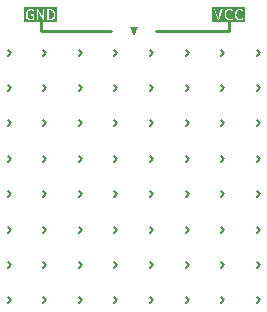
<source format=gto>
G04*
G04 #@! TF.GenerationSoftware,Altium Limited,Altium Designer,22.5.1 (42)*
G04*
G04 Layer_Color=65535*
%FSLAX25Y25*%
%MOIN*%
G70*
G04*
G04 #@! TF.SameCoordinates,B96F059C-DAF6-4555-8D6D-E7C6B2DDDAAE*
G04*
G04*
G04 #@! TF.FilePolarity,Positive*
G04*
G01*
G75*
%ADD10C,0.01000*%
%ADD11C,0.00800*%
G36*
X61951Y105387D02*
X60599Y102569D01*
X60586D01*
X59227Y105387D01*
Y105400D01*
X61951D01*
Y105387D01*
D02*
G37*
G36*
X97678Y107090D02*
X86681D01*
Y112173D01*
X97678D01*
Y107090D01*
D02*
G37*
G36*
X35000D02*
X24063D01*
Y112173D01*
X35000D01*
Y107090D01*
D02*
G37*
%LPC*%
G36*
X96026Y111573D02*
X95966D01*
D01*
X94281D01*
X95966D01*
X95833Y111566D01*
X95706Y111553D01*
X95593Y111533D01*
X95486Y111506D01*
X95406Y111479D01*
X95340Y111460D01*
X95300Y111446D01*
X95293Y111440D01*
X95287D01*
X95173Y111386D01*
X95073Y111326D01*
X94987Y111260D01*
X94907Y111200D01*
X94840Y111140D01*
X94794Y111093D01*
X94767Y111067D01*
X94754Y111053D01*
X94674Y110953D01*
X94607Y110854D01*
X94547Y110747D01*
X94501Y110654D01*
X94461Y110567D01*
X94434Y110501D01*
X94421Y110474D01*
X94414Y110454D01*
X94407Y110447D01*
Y110441D01*
X94367Y110301D01*
X94334Y110161D01*
X94314Y110028D01*
X94294Y109901D01*
X94288Y109788D01*
Y109741D01*
X94281Y109708D01*
Y109628D01*
X94288Y109462D01*
X94301Y109308D01*
X94321Y109169D01*
X94347Y109049D01*
X94367Y108949D01*
X94381Y108909D01*
X94387Y108876D01*
X94394Y108849D01*
X94401Y108829D01*
X94407Y108816D01*
Y108809D01*
X94461Y108676D01*
X94514Y108556D01*
X94574Y108456D01*
X94627Y108363D01*
X94680Y108296D01*
X94720Y108243D01*
X94747Y108210D01*
X94754Y108196D01*
X94840Y108110D01*
X94927Y108036D01*
X95013Y107970D01*
X95093Y107916D01*
X95167Y107870D01*
X95220Y107843D01*
X95260Y107823D01*
X95273Y107817D01*
X95386Y107777D01*
X95500Y107743D01*
X95606Y107723D01*
X95706Y107703D01*
X95793Y107697D01*
X95859Y107690D01*
X94281D01*
X95919D01*
X96059Y107697D01*
X96186Y107710D01*
X96292Y107737D01*
X96392Y107763D01*
X96472Y107783D01*
X96532Y107810D01*
X96565Y107823D01*
X96579Y107830D01*
X96678Y107890D01*
X96772Y107950D01*
X96858Y108016D01*
X96931Y108083D01*
X96991Y108143D01*
X97038Y108189D01*
X97071Y108216D01*
X97078Y108229D01*
X96812Y108522D01*
X96745Y108449D01*
X96678Y108389D01*
X96612Y108336D01*
X96552Y108289D01*
X96499Y108256D01*
X96459Y108229D01*
X96432Y108216D01*
X96425Y108210D01*
X96345Y108176D01*
X96272Y108150D01*
X96192Y108130D01*
X96119Y108116D01*
X96059Y108110D01*
X96012Y108103D01*
X95966D01*
X95866Y108110D01*
X95779Y108123D01*
X95693Y108136D01*
X95619Y108156D01*
X95560Y108176D01*
X95513Y108196D01*
X95486Y108203D01*
X95473Y108210D01*
X95393Y108256D01*
X95320Y108309D01*
X95260Y108356D01*
X95207Y108409D01*
X95160Y108456D01*
X95127Y108489D01*
X95107Y108516D01*
X95100Y108522D01*
X95047Y108602D01*
X95000Y108682D01*
X94960Y108762D01*
X94920Y108835D01*
X94894Y108902D01*
X94874Y108955D01*
X94867Y108989D01*
X94860Y109002D01*
X94834Y109115D01*
X94814Y109222D01*
X94794Y109328D01*
X94787Y109428D01*
X94780Y109515D01*
X94774Y109581D01*
Y109608D01*
Y109628D01*
Y109635D01*
Y109641D01*
X94780Y109768D01*
X94787Y109888D01*
X94800Y109994D01*
X94820Y110088D01*
X94834Y110161D01*
X94847Y110221D01*
X94854Y110254D01*
X94860Y110267D01*
X94894Y110367D01*
X94933Y110461D01*
X94973Y110547D01*
X95013Y110614D01*
X95047Y110674D01*
X95073Y110714D01*
X95093Y110740D01*
X95100Y110747D01*
X95160Y110820D01*
X95220Y110880D01*
X95287Y110933D01*
X95346Y110973D01*
X95393Y111007D01*
X95440Y111033D01*
X95466Y111047D01*
X95473Y111053D01*
X95560Y111087D01*
X95646Y111113D01*
X95726Y111133D01*
X95806Y111147D01*
X95873Y111153D01*
X95919Y111160D01*
X95966D01*
X96052Y111153D01*
X96132Y111147D01*
X96206Y111127D01*
X96266Y111113D01*
X96319Y111093D01*
X96352Y111073D01*
X96379Y111067D01*
X96385Y111060D01*
X96519Y110980D01*
X96572Y110940D01*
X96625Y110900D01*
X96665Y110867D01*
X96692Y110840D01*
X96712Y110820D01*
X96718Y110814D01*
X96991Y111120D01*
X96925Y111187D01*
X96852Y111247D01*
X96785Y111300D01*
X96718Y111346D01*
X96658Y111380D01*
X96612Y111406D01*
X96579Y111426D01*
X96565Y111433D01*
X96465Y111479D01*
X96365Y111513D01*
X96259Y111539D01*
X96166Y111553D01*
X96086Y111566D01*
X96026Y111573D01*
D02*
G37*
G36*
X92589D02*
X92529D01*
X92396Y111566D01*
X92269Y111553D01*
X92156Y111533D01*
X92050Y111506D01*
X91970Y111479D01*
X91903Y111460D01*
X91863Y111446D01*
X91857Y111440D01*
X91850D01*
X91737Y111386D01*
X91637Y111326D01*
X91550Y111260D01*
X91470Y111200D01*
X91404Y111140D01*
X91357Y111093D01*
X91330Y111067D01*
X91317Y111053D01*
X91237Y110953D01*
X91171Y110854D01*
X91111Y110747D01*
X91064Y110654D01*
X91024Y110567D01*
X90997Y110501D01*
X90984Y110474D01*
X90978Y110454D01*
X90971Y110447D01*
Y110441D01*
X90931Y110301D01*
X90898Y110161D01*
X90878Y110028D01*
X90858Y109901D01*
X90851Y109788D01*
Y109741D01*
X90844Y109708D01*
Y111573D01*
Y107690D01*
X93642D01*
X92483D01*
X92623Y107697D01*
X92749Y107710D01*
X92856Y107737D01*
X92955Y107763D01*
X93035Y107783D01*
X93095Y107810D01*
X93129Y107823D01*
X93142Y107830D01*
X93242Y107890D01*
X93335Y107950D01*
X93422Y108016D01*
X93495Y108083D01*
X93555Y108143D01*
X93602Y108189D01*
X93635Y108216D01*
X93642Y108229D01*
X93375Y108522D01*
X93309Y108449D01*
X93242Y108389D01*
X93175Y108336D01*
X93115Y108289D01*
X93062Y108256D01*
X93022Y108229D01*
X92996Y108216D01*
X92989Y108210D01*
X92909Y108176D01*
X92836Y108150D01*
X92756Y108130D01*
X92682Y108116D01*
X92623Y108110D01*
X92576Y108103D01*
X92529D01*
X92429Y108110D01*
X92343Y108123D01*
X92256Y108136D01*
X92183Y108156D01*
X92123Y108176D01*
X92076Y108196D01*
X92050Y108203D01*
X92036Y108210D01*
X91957Y108256D01*
X91883Y108309D01*
X91823Y108356D01*
X91770Y108409D01*
X91723Y108456D01*
X91690Y108489D01*
X91670Y108516D01*
X91663Y108522D01*
X91610Y108602D01*
X91564Y108682D01*
X91524Y108762D01*
X91484Y108835D01*
X91457Y108902D01*
X91437Y108955D01*
X91430Y108989D01*
X91424Y109002D01*
X91397Y109115D01*
X91377Y109222D01*
X91357Y109328D01*
X91350Y109428D01*
X91344Y109515D01*
X91337Y109581D01*
Y109608D01*
Y109628D01*
Y109635D01*
Y109641D01*
X91344Y109768D01*
X91350Y109888D01*
X91364Y109994D01*
X91384Y110088D01*
X91397Y110161D01*
X91410Y110221D01*
X91417Y110254D01*
X91424Y110267D01*
X91457Y110367D01*
X91497Y110461D01*
X91537Y110547D01*
X91577Y110614D01*
X91610Y110674D01*
X91637Y110714D01*
X91657Y110740D01*
X91663Y110747D01*
X91723Y110820D01*
X91783Y110880D01*
X91850Y110933D01*
X91910Y110973D01*
X91957Y111007D01*
X92003Y111033D01*
X92030Y111047D01*
X92036Y111053D01*
X92123Y111087D01*
X92210Y111113D01*
X92290Y111133D01*
X92369Y111147D01*
X92436Y111153D01*
X92483Y111160D01*
X92529D01*
X92616Y111153D01*
X92696Y111147D01*
X92769Y111127D01*
X92829Y111113D01*
X92882Y111093D01*
X92915Y111073D01*
X92942Y111067D01*
X92949Y111060D01*
X93082Y110980D01*
X93135Y110940D01*
X93189Y110900D01*
X93229Y110867D01*
X93255Y110840D01*
X93275Y110820D01*
X93282Y110814D01*
X93555Y111120D01*
X93488Y111187D01*
X93415Y111247D01*
X93348Y111300D01*
X93282Y111346D01*
X93222Y111380D01*
X93175Y111406D01*
X93142Y111426D01*
X93129Y111433D01*
X93029Y111479D01*
X92929Y111513D01*
X92822Y111539D01*
X92729Y111553D01*
X92649Y111566D01*
X92589Y111573D01*
D02*
G37*
G36*
X90225Y111506D02*
X87281D01*
X88480Y107757D01*
X90225D01*
X89033D01*
X90225Y111506D01*
D02*
G37*
%LPD*%
G36*
X90851Y109462D02*
X90864Y109308D01*
X90884Y109169D01*
X90911Y109049D01*
X90931Y108949D01*
X90944Y108909D01*
X90951Y108876D01*
X90957Y108849D01*
X90964Y108829D01*
X90971Y108816D01*
Y108809D01*
X91024Y108676D01*
X91077Y108556D01*
X91137Y108456D01*
X91191Y108363D01*
X91244Y108296D01*
X91284Y108243D01*
X91311Y108210D01*
X91317Y108196D01*
X91404Y108110D01*
X91490Y108036D01*
X91577Y107970D01*
X91657Y107916D01*
X91730Y107870D01*
X91783Y107843D01*
X91823Y107823D01*
X91837Y107817D01*
X91950Y107777D01*
X92063Y107743D01*
X92170Y107723D01*
X92269Y107703D01*
X92356Y107697D01*
X92423Y107690D01*
X90844D01*
Y109628D01*
X90851Y109462D01*
D02*
G37*
G36*
X89139Y109482D02*
X89106Y109362D01*
X89093Y109308D01*
X89073Y109262D01*
X89066Y109222D01*
X89053Y109188D01*
X89046Y109169D01*
Y109162D01*
X89013Y109049D01*
X88999Y108995D01*
X88986Y108949D01*
X88980Y108915D01*
X88966Y108882D01*
X88959Y108862D01*
Y108855D01*
X88926Y108749D01*
X88913Y108696D01*
X88900Y108649D01*
X88893Y108609D01*
X88880Y108582D01*
X88873Y108563D01*
Y108556D01*
X88840Y108443D01*
X88826Y108389D01*
X88806Y108343D01*
X88800Y108303D01*
X88786Y108269D01*
X88780Y108249D01*
Y108243D01*
X88753D01*
X88720Y108363D01*
X88680Y108476D01*
X88653Y108582D01*
X88626Y108669D01*
X88607Y108749D01*
X88586Y108809D01*
X88580Y108842D01*
X88573Y108855D01*
X88513Y109075D01*
X88480Y109182D01*
X88453Y109275D01*
X88427Y109362D01*
X88413Y109422D01*
X88400Y109448D01*
Y109468D01*
X88393Y109475D01*
Y109482D01*
X87787Y111506D01*
X89739D01*
X89139Y109482D01*
D02*
G37*
%LPC*%
G36*
X27407Y111573D02*
X24663D01*
Y107690D01*
Y109628D01*
X24670Y109462D01*
X24683Y109308D01*
X24703Y109169D01*
X24723Y109049D01*
X24743Y108949D01*
X24756Y108909D01*
X24763Y108876D01*
X24770Y108849D01*
X24776Y108829D01*
X24783Y108816D01*
Y108809D01*
X24830Y108676D01*
X24883Y108556D01*
X24943Y108456D01*
X24996Y108363D01*
X25043Y108296D01*
X25083Y108243D01*
X25109Y108210D01*
X25116Y108196D01*
X25203Y108110D01*
X25289Y108036D01*
X25376Y107970D01*
X25456Y107916D01*
X25529Y107870D01*
X25582Y107843D01*
X25622Y107823D01*
X25635Y107817D01*
X25749Y107777D01*
X25862Y107743D01*
X25975Y107723D01*
X26075Y107703D01*
X26162Y107697D01*
X26228Y107690D01*
X26288D01*
X26421Y107697D01*
X26548Y107710D01*
X26654Y107730D01*
X26754Y107750D01*
X26834Y107770D01*
X26888Y107790D01*
X26928Y107803D01*
X26941Y107810D01*
X27047Y107857D01*
X27141Y107910D01*
X27220Y107963D01*
X27287Y108010D01*
X27334Y108050D01*
X27374Y108090D01*
X27400Y108110D01*
X27407Y108116D01*
Y109715D01*
Y109701D01*
X26221D01*
Y109302D01*
X26967D01*
Y108323D01*
X26881Y108256D01*
X26788Y108203D01*
X26748Y108189D01*
X26714Y108176D01*
X26694Y108163D01*
X26688D01*
X26555Y108130D01*
X26495Y108116D01*
X26435Y108110D01*
X26388D01*
X26348Y108103D01*
X26315D01*
X26215Y108110D01*
X26122Y108123D01*
X26042Y108136D01*
X25968Y108156D01*
X25908Y108176D01*
X25862Y108196D01*
X25835Y108203D01*
X25822Y108210D01*
X25749Y108256D01*
X25675Y108309D01*
X25616Y108356D01*
X25562Y108409D01*
X25522Y108456D01*
X25489Y108489D01*
X25469Y108516D01*
X25462Y108522D01*
X25409Y108602D01*
X25362Y108682D01*
X25329Y108762D01*
X25296Y108835D01*
X25269Y108902D01*
X25249Y108955D01*
X25242Y108989D01*
X25236Y109002D01*
X25209Y109115D01*
X25196Y109222D01*
X25183Y109328D01*
X25169Y109428D01*
Y109515D01*
X25163Y109581D01*
Y109608D01*
Y109628D01*
Y109635D01*
Y109641D01*
X25169Y109768D01*
X25176Y109888D01*
X25189Y109994D01*
X25203Y110088D01*
X25216Y110161D01*
X25229Y110221D01*
X25242Y110254D01*
Y110267D01*
X25276Y110367D01*
X25316Y110461D01*
X25356Y110547D01*
X25396Y110614D01*
X25429Y110674D01*
X25456Y110714D01*
X25476Y110740D01*
X25482Y110747D01*
X25542Y110820D01*
X25602Y110880D01*
X25669Y110933D01*
X25722Y110973D01*
X25775Y111007D01*
X25815Y111033D01*
X25842Y111047D01*
X25849Y111053D01*
X25929Y111087D01*
X26015Y111113D01*
X26095Y111133D01*
X26168Y111147D01*
X26235Y111153D01*
X26281Y111160D01*
X26328D01*
X26428Y111153D01*
X26515Y111147D01*
X26588Y111127D01*
X26654Y111113D01*
X26708Y111093D01*
X26741Y111073D01*
X26768Y111067D01*
X26774Y111060D01*
X26901Y110980D01*
X26954Y110940D01*
X27001Y110900D01*
X27041Y110867D01*
X27067Y110840D01*
X27087Y110820D01*
X27094Y110814D01*
X27360Y111120D01*
X27300Y111180D01*
X27240Y111233D01*
X27200Y111266D01*
X27187Y111273D01*
X27181Y111280D01*
X27101Y111340D01*
X27027Y111386D01*
X27001Y111400D01*
X26974Y111413D01*
X26961Y111426D01*
X26954D01*
X26854Y111473D01*
X26761Y111506D01*
X26728Y111520D01*
X26694Y111526D01*
X26674Y111533D01*
X26668D01*
X26548Y111559D01*
X26495Y111566D01*
X26441D01*
X26395Y111573D01*
X27407D01*
D02*
G37*
G36*
X30757Y111506D02*
X30304D01*
Y109562D01*
Y109448D01*
X30311Y109342D01*
Y109235D01*
X30317Y109149D01*
Y109069D01*
X30324Y109009D01*
Y108969D01*
Y108962D01*
Y108955D01*
X30331Y108842D01*
X30344Y108736D01*
X30351Y108636D01*
X30357Y108549D01*
Y108476D01*
X30364Y108416D01*
Y108383D01*
Y108369D01*
X30351D01*
X29991Y109149D01*
X28792Y111506D01*
X29516D01*
X28266D01*
Y107757D01*
X30757D01*
Y111506D01*
D02*
G37*
G36*
X34400D02*
X31729D01*
Y107757D01*
X32682D01*
X32835Y107763D01*
X32975Y107777D01*
X33108Y107803D01*
X33228Y107836D01*
X33341Y107870D01*
X33448Y107910D01*
X33541Y107956D01*
X33627Y108003D01*
X33701Y108050D01*
X33767Y108096D01*
X33827Y108136D01*
X33874Y108169D01*
X33907Y108203D01*
X33934Y108229D01*
X33947Y108243D01*
X33954Y108249D01*
X34034Y108349D01*
X34100Y108456D01*
X34160Y108563D01*
X34214Y108676D01*
X34253Y108796D01*
X34293Y108909D01*
X34347Y109135D01*
X34360Y109242D01*
X34373Y109335D01*
X34387Y109422D01*
X34393Y109502D01*
X34400Y109562D01*
Y107910D01*
Y109648D01*
X34393Y109815D01*
X34380Y109968D01*
X34360Y110108D01*
X34333Y110241D01*
X34293Y110367D01*
X34260Y110480D01*
X34220Y110580D01*
X34180Y110674D01*
X34134Y110754D01*
X34094Y110827D01*
X34060Y110887D01*
X34027Y110940D01*
X33994Y110973D01*
X33974Y111007D01*
X33960Y111020D01*
X33954Y111027D01*
X33867Y111113D01*
X33767Y111187D01*
X33667Y111247D01*
X33561Y111306D01*
X33454Y111353D01*
X33348Y111386D01*
X33241Y111420D01*
X33135Y111446D01*
X33041Y111466D01*
X32948Y111479D01*
X32868Y111493D01*
X32795Y111500D01*
X32735Y111506D01*
X34400D01*
D01*
D02*
G37*
%LPD*%
G36*
X26195Y111566D02*
X26068Y111553D01*
X25955Y111533D01*
X25855Y111506D01*
X25769Y111479D01*
X25709Y111460D01*
X25669Y111446D01*
X25662Y111440D01*
X25655D01*
X25542Y111386D01*
X25442Y111326D01*
X25356Y111260D01*
X25276Y111200D01*
X25216Y111140D01*
X25169Y111093D01*
X25143Y111067D01*
X25129Y111053D01*
X25049Y110953D01*
X24983Y110854D01*
X24923Y110754D01*
X24876Y110654D01*
X24836Y110567D01*
X24810Y110501D01*
X24796Y110474D01*
X24790Y110454D01*
X24783Y110447D01*
Y110441D01*
X24743Y110301D01*
X24716Y110161D01*
X24690Y110028D01*
X24676Y109901D01*
X24670Y109788D01*
Y109741D01*
X24663Y109708D01*
Y111573D01*
X26328D01*
X26195Y111566D01*
D02*
G37*
G36*
X29032Y110108D02*
X30231Y107757D01*
X28726D01*
Y109715D01*
Y109821D01*
X28719Y109928D01*
Y110028D01*
X28712Y110121D01*
X28706Y110194D01*
Y110248D01*
X28699Y110287D01*
Y110301D01*
X28692Y110407D01*
X28679Y110514D01*
X28672Y110614D01*
Y110707D01*
X28666Y110780D01*
X28659Y110834D01*
Y110873D01*
Y110887D01*
X28672D01*
X29032Y110108D01*
D02*
G37*
G36*
X32742Y111113D02*
X32848Y111107D01*
X32948Y111087D01*
X33048Y111060D01*
X33135Y111033D01*
X33215Y111000D01*
X33281Y110967D01*
X33348Y110933D01*
X33401Y110893D01*
X33454Y110860D01*
X33494Y110827D01*
X33527Y110800D01*
X33554Y110774D01*
X33574Y110754D01*
X33581Y110747D01*
X33588Y110740D01*
X33641Y110667D01*
X33694Y110587D01*
X33774Y110407D01*
X33827Y110228D01*
X33867Y110054D01*
X33880Y109968D01*
X33894Y109895D01*
X33900Y109828D01*
Y109768D01*
X33907Y109715D01*
Y109681D01*
Y109655D01*
Y109648D01*
X33900Y109515D01*
X33894Y109395D01*
X33880Y109282D01*
X33860Y109169D01*
X33834Y109069D01*
X33807Y108982D01*
X33781Y108896D01*
X33747Y108822D01*
X33721Y108756D01*
X33687Y108696D01*
X33661Y108649D01*
X33641Y108609D01*
X33614Y108576D01*
X33601Y108556D01*
X33594Y108543D01*
X33588Y108536D01*
X33521Y108469D01*
X33454Y108409D01*
X33381Y108356D01*
X33301Y108309D01*
X33221Y108269D01*
X33141Y108236D01*
X32988Y108189D01*
X32842Y108163D01*
X32782Y108156D01*
X32728Y108150D01*
X32682Y108143D01*
X32209D01*
Y111120D01*
X32622D01*
X32742Y111113D01*
D02*
G37*
D10*
X92229Y104131D02*
Y107161D01*
X83089Y104131D02*
X92229D01*
X29737D02*
Y107114D01*
Y104131D02*
X38089D01*
X53089D01*
X68089D02*
X83089D01*
D11*
X30371Y97999D02*
X31371Y96999D01*
X30371Y95999D02*
X31371Y96999D01*
X65986Y86200D02*
X66986Y85200D01*
X65986Y84200D02*
X66986Y85200D01*
X54114Y86200D02*
X55114Y85200D01*
X54114Y84200D02*
X55114Y85200D01*
X77857Y86200D02*
X78857Y85200D01*
X77857Y84200D02*
X78857Y85200D01*
X89728Y86200D02*
X90728Y85200D01*
X89728Y84200D02*
X90728Y85200D01*
X101600Y97999D02*
X102600Y96999D01*
X101600Y95999D02*
X102600Y96999D01*
X101600Y86200D02*
X102600Y85200D01*
X101600Y84200D02*
X102600Y85200D01*
X77857Y97999D02*
X78857Y96999D01*
X77857Y95999D02*
X78857Y96999D01*
X89728Y97999D02*
X90728Y96999D01*
X89728Y95999D02*
X90728Y96999D01*
X65986Y97999D02*
X66986Y96999D01*
X65986Y95999D02*
X66986Y96999D01*
X54114Y97999D02*
X55114Y96999D01*
X54114Y95999D02*
X55114Y96999D01*
X18500Y74400D02*
X19500Y73400D01*
X18500Y72400D02*
X19500Y73400D01*
X18500Y39000D02*
X19500Y38000D01*
X18500Y37000D02*
X19500Y38000D01*
X18500Y50800D02*
X19500Y49800D01*
X18500Y48800D02*
X19500Y49800D01*
X18500Y62600D02*
X19500Y61600D01*
X18500Y60600D02*
X19500Y61600D01*
X18500Y86200D02*
X19500Y85200D01*
X18500Y84200D02*
X19500Y85200D01*
X18500Y97999D02*
X19500Y96999D01*
X18500Y95999D02*
X19500Y96999D01*
X18500Y15400D02*
X19500Y14400D01*
X18500Y13400D02*
X19500Y14400D01*
X18500Y27200D02*
X19500Y26200D01*
X18500Y25200D02*
X19500Y26200D01*
X42243Y97999D02*
X43243Y96999D01*
X42243Y95999D02*
X43243Y96999D01*
X42243Y74400D02*
X43243Y73400D01*
X42243Y72400D02*
X43243Y73400D01*
X42243Y86200D02*
X43243Y85200D01*
X42243Y84200D02*
X43243Y85200D01*
X30371Y86200D02*
X31371Y85200D01*
X30371Y84200D02*
X31371Y85200D01*
X30371Y74400D02*
X31371Y73400D01*
X30371Y72400D02*
X31371Y73400D01*
X30371Y62600D02*
X31371Y61600D01*
X30371Y60600D02*
X31371Y61600D01*
X42243Y62600D02*
X43243Y61600D01*
X42243Y60600D02*
X43243Y61600D01*
X42243Y39000D02*
X43243Y38000D01*
X42243Y37000D02*
X43243Y38000D01*
X42243Y50800D02*
X43243Y49800D01*
X42243Y48800D02*
X43243Y49800D01*
X42243Y15400D02*
X43243Y14400D01*
X42243Y13400D02*
X43243Y14400D01*
X30371Y15400D02*
X31371Y14400D01*
X30371Y13400D02*
X31371Y14400D01*
X30371Y50800D02*
X31371Y49800D01*
X30371Y48800D02*
X31371Y49800D01*
X30371Y39000D02*
X31371Y38000D01*
X30371Y37000D02*
X31371Y38000D01*
X30371Y27200D02*
X31371Y26200D01*
X30371Y25200D02*
X31371Y26200D01*
X42243Y27200D02*
X43243Y26200D01*
X42243Y25200D02*
X43243Y26200D01*
X101600Y39000D02*
X102600Y38000D01*
X101600Y37000D02*
X102600Y38000D01*
X89728Y27200D02*
X90728Y26200D01*
X89728Y25200D02*
X90728Y26200D01*
X89728Y39000D02*
X90728Y38000D01*
X89728Y37000D02*
X90728Y38000D01*
X54114Y39000D02*
X55114Y38000D01*
X54114Y37000D02*
X55114Y38000D01*
X65986Y39000D02*
X66986Y38000D01*
X65986Y37000D02*
X66986Y38000D01*
X77857Y39000D02*
X78857Y38000D01*
X77857Y37000D02*
X78857Y38000D01*
X77857Y50800D02*
X78857Y49800D01*
X77857Y48800D02*
X78857Y49800D01*
X65986Y50800D02*
X66986Y49800D01*
X65986Y48800D02*
X66986Y49800D01*
X101600Y50800D02*
X102600Y49800D01*
X101600Y48800D02*
X102600Y49800D01*
X89728Y50800D02*
X90728Y49800D01*
X89728Y48800D02*
X90728Y49800D01*
X65986Y62600D02*
X66986Y61600D01*
X65986Y60600D02*
X66986Y61600D01*
X54114Y50800D02*
X55114Y49800D01*
X54114Y48800D02*
X55114Y49800D01*
X54114Y62600D02*
X55114Y61600D01*
X54114Y60600D02*
X55114Y61600D01*
X101600Y74400D02*
X102600Y73400D01*
X101600Y72400D02*
X102600Y73400D01*
X101600Y62600D02*
X102600Y61600D01*
X101600Y60600D02*
X102600Y61600D01*
X65986Y15400D02*
X66986Y14400D01*
X65986Y13400D02*
X66986Y14400D01*
X77857Y62600D02*
X78857Y61600D01*
X77857Y60600D02*
X78857Y61600D01*
X89728Y62600D02*
X90728Y61600D01*
X89728Y60600D02*
X90728Y61600D01*
X89728Y74400D02*
X90728Y73400D01*
X89728Y72400D02*
X90728Y73400D01*
X77857Y74400D02*
X78857Y73400D01*
X77857Y72400D02*
X78857Y73400D01*
X65986Y74400D02*
X66986Y73400D01*
X65986Y72400D02*
X66986Y73400D01*
X54114Y74400D02*
X55114Y73400D01*
X54114Y72400D02*
X55114Y73400D01*
X77857Y27200D02*
X78857Y26200D01*
X77857Y25200D02*
X78857Y26200D01*
X65986Y27200D02*
X66986Y26200D01*
X65986Y25200D02*
X66986Y26200D01*
X54114Y27200D02*
X55114Y26200D01*
X54114Y25200D02*
X55114Y26200D01*
X54114Y15400D02*
X55114Y14400D01*
X54114Y13400D02*
X55114Y14400D01*
X101600Y27200D02*
X102600Y26200D01*
X101600Y25200D02*
X102600Y26200D01*
X101600Y15400D02*
X102600Y14400D01*
X101600Y13400D02*
X102600Y14400D01*
X77857Y15400D02*
X78857Y14400D01*
X77857Y13400D02*
X78857Y14400D01*
X89728Y15400D02*
X90728Y14400D01*
X89728Y13400D02*
X90728Y14400D01*
M02*

</source>
